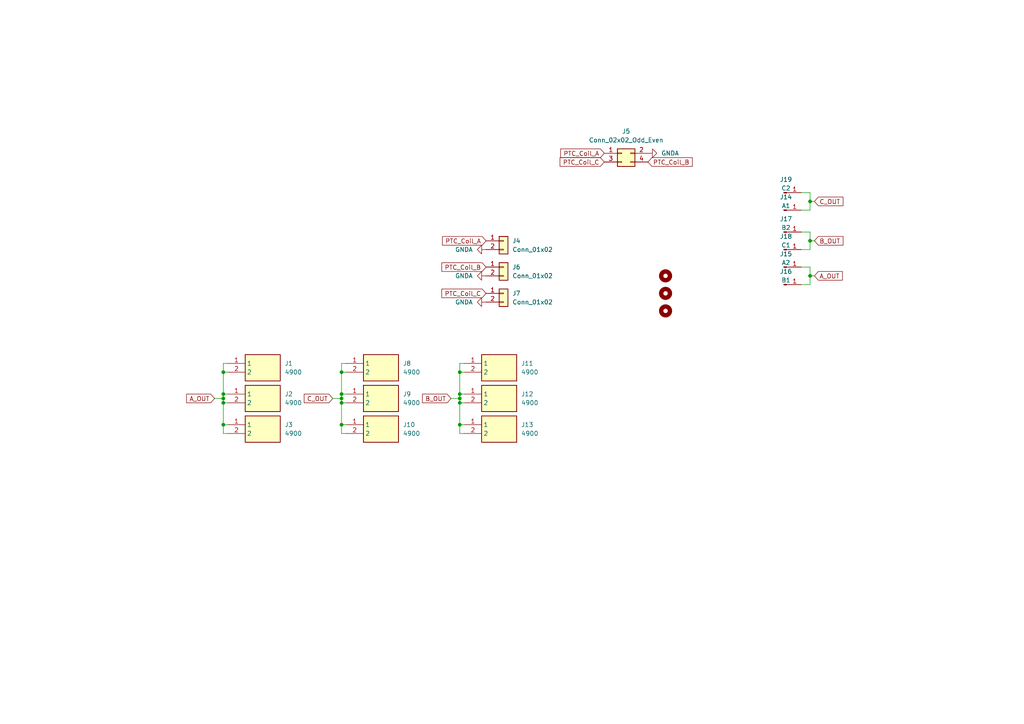
<source format=kicad_sch>
(kicad_sch (version 20230121) (generator eeschema)
  (paper "A4")
  (lib_symbols
    (symbol "4900:4900"
      (property "Reference" "J" (at 16.51 7.62 0))
      (property "Value" "4900" (at 16.51 5.08 0))
      (symbol "4900_1_1"
        (rectangle (start 5.08 2.54) (end 15.24 -5.08) (stroke (width 0.254)) (fill (type background)))
        (pin passive line (at 0 0 0) (length 5.08) (name "1") (number "1"))
        (pin passive line (at 0 -2.54 0) (length 5.08) (name "2") (number "2"))
      )
    )
    (symbol "Connector:Conn_01x01_Pin" (pin_names (offset 1.016) hide)
      (property "Reference" "J" (at 0 2.54 0))
      (property "Value" "Conn_01x01_Pin" (at 0 -2.54 0))
      (symbol "Conn_01x01_Pin_1_1"
        (polyline (pts (xy 1.27 0) (xy 0.8636 0)) (stroke (width 0.1524)))
        (rectangle (start 0.8636 0.127) (end 0 -0.127) (stroke (width 0.1524)) (fill (type outline)))
        (pin passive line (at 5.08 0 180) (length 3.81) (name "Pin_1") (number "1"))
      )
    )
    (symbol "Connector_Generic:Conn_01x02" (pin_names (offset 1.016) hide)
      (property "Reference" "J" (at 0 2.54 0))
      (property "Value" "Conn_01x02" (at 0 -5.08 0))
      (symbol "Conn_01x02_1_1"
        (rectangle (start -1.27 -2.413) (end 0 -2.667) (stroke (width 0.1524)))
        (rectangle (start -1.27 0.127) (end 0 -0.127) (stroke (width 0.1524)))
        (rectangle (start -1.27 1.27) (end 1.27 -3.81) (stroke (width 0.254)) (fill (type background)))
        (pin passive line (at -5.08 0 0) (length 3.81) (name "Pin_1") (number "1"))
        (pin passive line (at -5.08 -2.54 0) (length 3.81) (name "Pin_2") (number "2"))
      )
    )
    (symbol "Connector_Generic:Conn_02x02_Odd_Even" (pin_names (offset 1.016) hide)
      (property "Reference" "J" (at 1.27 2.54 0))
      (property "Value" "Conn_02x02_Odd_Even" (at 1.27 -5.08 0))
      (symbol "Conn_02x02_Odd_Even_1_1"
        (rectangle (start -1.27 -2.413) (end 0 -2.667) (stroke (width 0.1524)))
        (rectangle (start -1.27 0.127) (end 0 -0.127) (stroke (width 0.1524)))
        (rectangle (start -1.27 1.27) (end 3.81 -3.81) (stroke (width 0.254)) (fill (type background)))
        (rectangle (start 3.81 -2.413) (end 2.54 -2.667) (stroke (width 0.1524)))
        (rectangle (start 3.81 0.127) (end 2.54 -0.127) (stroke (width 0.1524)))
        (pin passive line (at -5.08 0 0) (length 3.81) (name "Pin_1") (number "1"))
        (pin passive line (at 7.62 0 180) (length 3.81) (name "Pin_2") (number "2"))
        (pin passive line (at -5.08 -2.54 0) (length 3.81) (name "Pin_3") (number "3"))
        (pin passive line (at 7.62 -2.54 180) (length 3.81) (name "Pin_4") (number "4"))
      )
    )
    (symbol "Mechanical:MountingHole" (pin_names (offset 1.016))
      (property "Reference" "H" (at 0 5.08 0))
      (property "Value" "MountingHole" (at 0 3.175 0))
      (symbol "MountingHole_0_1"
        (circle (center 0 0) (radius 1.27) (stroke (width 1.27)))
      )
    )
    (symbol "power:GNDA" (power) (pin_names (offset 0))
      (property "Value" "GNDA" (at 0 -3.81 0))
      (symbol "GNDA_0_1"
        (polyline (pts (xy 0 0) (xy 0 -1.27) (xy 1.27 -1.27) (xy 0 -2.54) (xy -1.27 -1.27) (xy 0 -1.27)))
      )
      (symbol "GNDA_1_1"
        (pin power_in line (at 0 0 270) (length 0) hide (name "GNDA") (number "1"))
      )
    )
  )
  (junction (at 99.06 114.3))
  (junction (at 99.06 123.19))
  (junction (at 234.95 80.01))
  (junction (at 234.95 58.42))
  (junction (at 64.77 116.84))
  (junction (at 64.77 123.19))
  (junction (at 64.77 115.57))
  (junction (at 133.35 114.3))
  (junction (at 133.35 107.95))
  (junction (at 99.06 115.57))
  (junction (at 133.35 116.84))
  (junction (at 99.06 116.84))
  (junction (at 234.95 69.85))
  (junction (at 64.77 114.3))
  (junction (at 64.77 107.95))
  (junction (at 133.35 123.19))
  (junction (at 133.35 115.57))
  (junction (at 99.06 107.95))
  (wire (pts (xy 99.06 107.95) (xy 99.06 114.3)))
  (wire (pts (xy 133.35 125.73) (xy 134.62 125.73)))
  (wire (pts (xy 232.41 82.55) (xy 234.95 82.55)))
  (wire (pts (xy 66.04 105.41) (xy 64.77 105.41)))
  (wire (pts (xy 234.95 55.88) (xy 234.95 58.42)))
  (wire (pts (xy 133.35 107.95) (xy 134.62 107.95)))
  (wire (pts (xy 234.95 80.01) (xy 234.95 77.47)))
  (wire (pts (xy 64.77 123.19) (xy 64.77 125.73)))
  (wire (pts (xy 133.35 123.19) (xy 134.62 123.19)))
  (wire (pts (xy 133.35 116.84) (xy 134.62 116.84)))
  (wire (pts (xy 133.35 105.41) (xy 133.35 107.95)))
  (wire (pts (xy 100.33 105.41) (xy 99.06 105.41)))
  (wire (pts (xy 62.23 115.57) (xy 64.77 115.57)))
  (wire (pts (xy 232.41 67.31) (xy 234.95 67.31)))
  (wire (pts (xy 234.95 67.31) (xy 234.95 69.85)))
  (wire (pts (xy 234.95 77.47) (xy 232.41 77.47)))
  (wire (pts (xy 99.06 114.3) (xy 100.33 114.3)))
  (wire (pts (xy 134.62 105.41) (xy 133.35 105.41)))
  (wire (pts (xy 99.06 125.73) (xy 100.33 125.73)))
  (wire (pts (xy 99.06 114.3) (xy 99.06 115.57)))
  (wire (pts (xy 133.35 107.95) (xy 133.35 114.3)))
  (wire (pts (xy 234.95 69.85) (xy 234.95 72.39)))
  (wire (pts (xy 64.77 116.84) (xy 66.04 116.84)))
  (wire (pts (xy 99.06 116.84) (xy 100.33 116.84)))
  (wire (pts (xy 133.35 115.57) (xy 133.35 116.84)))
  (wire (pts (xy 64.77 123.19) (xy 66.04 123.19)))
  (wire (pts (xy 130.81 115.57) (xy 133.35 115.57)))
  (wire (pts (xy 234.95 58.42) (xy 236.22 58.42)))
  (wire (pts (xy 133.35 123.19) (xy 133.35 125.73)))
  (wire (pts (xy 64.77 114.3) (xy 66.04 114.3)))
  (wire (pts (xy 64.77 116.84) (xy 64.77 123.19)))
  (wire (pts (xy 99.06 105.41) (xy 99.06 107.95)))
  (wire (pts (xy 99.06 107.95) (xy 100.33 107.95)))
  (wire (pts (xy 64.77 115.57) (xy 64.77 116.84)))
  (wire (pts (xy 133.35 114.3) (xy 133.35 115.57)))
  (wire (pts (xy 99.06 115.57) (xy 99.06 116.84)))
  (wire (pts (xy 64.77 114.3) (xy 64.77 115.57)))
  (wire (pts (xy 96.52 115.57) (xy 99.06 115.57)))
  (wire (pts (xy 232.41 55.88) (xy 234.95 55.88)))
  (wire (pts (xy 234.95 69.85) (xy 236.22 69.85)))
  (wire (pts (xy 64.77 125.73) (xy 66.04 125.73)))
  (wire (pts (xy 133.35 114.3) (xy 134.62 114.3)))
  (wire (pts (xy 99.06 116.84) (xy 99.06 123.19)))
  (wire (pts (xy 64.77 107.95) (xy 66.04 107.95)))
  (wire (pts (xy 99.06 123.19) (xy 99.06 125.73)))
  (wire (pts (xy 234.95 82.55) (xy 234.95 80.01)))
  (wire (pts (xy 99.06 123.19) (xy 100.33 123.19)))
  (wire (pts (xy 232.41 60.96) (xy 234.95 60.96)))
  (wire (pts (xy 234.95 80.01) (xy 236.22 80.01)))
  (wire (pts (xy 64.77 107.95) (xy 64.77 114.3)))
  (wire (pts (xy 133.35 116.84) (xy 133.35 123.19)))
  (wire (pts (xy 64.77 105.41) (xy 64.77 107.95)))
  (wire (pts (xy 234.95 72.39) (xy 232.41 72.39)))
  (wire (pts (xy 234.95 58.42) (xy 234.95 60.96)))
  (global_label "C_OUT" (shape input) (at 96.52 115.57 180) (property "Intersheetrefs" "${INTERSHEET_REFS}" (effects hide)))
  (global_label "C_OUT" (shape input) (at 236.22 58.42 0) (property "Intersheetrefs" "${INTERSHEET_REFS}" (effects hide)))
  (global_label "PTC_Coil_C" (shape input) (at 140.97 85.09 180) (property "Intersheetrefs" "${INTERSHEET_REFS}" (effects hide)))
  (global_label "B_OUT" (shape input) (at 130.81 115.57 180) (property "Intersheetrefs" "${INTERSHEET_REFS}" (effects hide)))
  (global_label "PTC_Coil_A" (shape input) (at 140.97 69.85 180) (property "Intersheetrefs" "${INTERSHEET_REFS}" (effects hide)))
  (global_label "A_OUT" (shape input) (at 236.22 80.01 0) (property "Intersheetrefs" "${INTERSHEET_REFS}" (effects hide)))
  (global_label "A_OUT" (shape input) (at 62.23 115.57 180) (property "Intersheetrefs" "${INTERSHEET_REFS}" (effects hide)))
  (global_label "PTC_Coil_B" (shape input) (at 187.96 46.99 0) (property "Intersheetrefs" "${INTERSHEET_REFS}" (effects hide)))
  (global_label "PTC_Coil_B" (shape input) (at 140.97 77.47 180) (property "Intersheetrefs" "${INTERSHEET_REFS}" (effects hide)))
  (global_label "PTC_Coil_A" (shape input) (at 175.26 44.45 180) (property "Intersheetrefs" "${INTERSHEET_REFS}" (effects hide)))
  (global_label "PTC_Coil_C" (shape input) (at 175.26 46.99 180) (property "Intersheetrefs" "${INTERSHEET_REFS}" (effects hide)))
  (global_label "B_OUT" (shape input) (at 236.22 69.85 0) (property "Intersheetrefs" "${INTERSHEET_REFS}" (effects hide)))
  (symbol (lib_id "Connector:Conn_01x01_Pin") (at 227.33 60.96 0) (unit 1)
    (property "Reference" "J14" (at 227.965 57.15 0))
    (property "Value" "A1" (at 227.965 59.69 0))
    (property "Footprint" "Connector_My:Coil" (effects hide))
  )
  (symbol (lib_id "4900:4900") (at 134.62 105.41 0) (unit 1)
    (property "Reference" "J11" (at 151.13 105.41 0) (effects (justify left)))
    (property "Value" "4900" (at 151.13 107.95 0) (effects (justify left)))
    (property "Footprint" "Connector_My:3551" (effects hide))
    (property "Datasheet" "https://www.keyelco.com/product-pdf.cfm?p=597" (effects hide))
    (property "Height" "10.72" (effects hide))
    (property "Manufacturer_Name" "Keystone Electronics" (effects hide))
    (property "Manufacturer_Part_Number" "4900" (effects hide))
    (property "Mouser Part Number" "534-4900" (effects hide))
    (property "Mouser Price/Stock" "https://www.mouser.co.uk/ProductDetail/Keystone-Electronics/4900?qs=lQmX4aIt5iDWRkxqjAIN4A%3D%3D" (effects hide))
  )
  (symbol (lib_id "Connector:Conn_01x01_Pin") (at 227.33 72.39 0) (unit 1)
    (property "Reference" "J18" (at 227.965 68.58 0))
    (property "Value" "C1" (at 227.965 71.12 0))
    (property "Footprint" "Connector_My:Coil" (effects hide))
  )
  (symbol (lib_id "Connector_Generic:Conn_01x02") (at 146.05 69.85 0) (unit 1)
    (property "Reference" "J4" (at 148.59 69.85 0) (effects (justify left)))
    (property "Value" "Conn_01x02" (at 148.59 72.39 0) (effects (justify left)))
    (property "Footprint" "Connector_Molex:Molex_PicoBlade_53048-0210_1x02_P1.25mm_Horizontal" (effects hide))
  )
  (symbol (lib_id "power:GNDA") (at 140.97 87.63 270) (unit 1)
    (property "Reference" "#PWR04" (effects hide))
    (property "Value" "GNDA" (at 137.16 87.63 90) (effects (justify right)))
  )
  (symbol (lib_id "Mechanical:MountingHole") (at 193.04 90.17 0) (unit 1)
    (property "Reference" "H4" (effects hide))
    (property "Value" "MountingHole" (effects hide))
    (property "Footprint" "MountingHole:MountingHole_3.2mm_M3" (effects hide))
  )
  (symbol (lib_id "4900:4900") (at 100.33 105.41 0) (unit 1)
    (property "Reference" "J8" (at 116.84 105.41 0) (effects (justify left)))
    (property "Value" "4900" (at 116.84 107.95 0) (effects (justify left)))
    (property "Footprint" "Connector_My:3551" (effects hide))
    (property "Datasheet" "https://www.keyelco.com/product-pdf.cfm?p=597" (effects hide))
    (property "Height" "10.72" (effects hide))
    (property "Manufacturer_Name" "Keystone Electronics" (effects hide))
    (property "Manufacturer_Part_Number" "4900" (effects hide))
    (property "Mouser Part Number" "534-4900" (effects hide))
    (property "Mouser Price/Stock" "https://www.mouser.co.uk/ProductDetail/Keystone-Electronics/4900?qs=lQmX4aIt5iDWRkxqjAIN4A%3D%3D" (effects hide))
  )
  (symbol (lib_id "4900:4900") (at 134.62 114.3 0) (unit 1)
    (property "Reference" "J12" (at 151.13 114.3 0) (effects (justify left)))
    (property "Value" "4900" (at 151.13 116.84 0) (effects (justify left)))
    (property "Footprint" "Connector_My:3551" (effects hide))
    (property "Datasheet" "https://www.keyelco.com/product-pdf.cfm?p=597" (effects hide))
    (property "Height" "10.72" (effects hide))
    (property "Manufacturer_Name" "Keystone Electronics" (effects hide))
    (property "Manufacturer_Part_Number" "4900" (effects hide))
    (property "Mouser Part Number" "534-4900" (effects hide))
    (property "Mouser Price/Stock" "https://www.mouser.co.uk/ProductDetail/Keystone-Electronics/4900?qs=lQmX4aIt5iDWRkxqjAIN4A%3D%3D" (effects hide))
  )
  (symbol (lib_id "4900:4900") (at 134.62 123.19 0) (unit 1)
    (property "Reference" "J13" (at 151.13 123.19 0) (effects (justify left)))
    (property "Value" "4900" (at 151.13 125.73 0) (effects (justify left)))
    (property "Footprint" "Connector_My:3551" (effects hide))
    (property "Datasheet" "https://www.keyelco.com/product-pdf.cfm?p=597" (effects hide))
    (property "Height" "10.72" (effects hide))
    (property "Manufacturer_Name" "Keystone Electronics" (effects hide))
    (property "Manufacturer_Part_Number" "4900" (effects hide))
    (property "Mouser Part Number" "534-4900" (effects hide))
    (property "Mouser Price/Stock" "https://www.mouser.co.uk/ProductDetail/Keystone-Electronics/4900?qs=lQmX4aIt5iDWRkxqjAIN4A%3D%3D" (effects hide))
  )
  (symbol (lib_id "Connector:Conn_01x01_Pin") (at 227.33 77.47 0) (unit 1)
    (property "Reference" "J15" (at 227.965 73.66 0))
    (property "Value" "A2" (at 227.965 76.2 0))
    (property "Footprint" "Connector_My:Coil" (effects hide))
  )
  (symbol (lib_id "4900:4900") (at 66.04 105.41 0) (unit 1)
    (property "Reference" "J1" (at 82.55 105.41 0) (effects (justify left)))
    (property "Value" "4900" (at 82.55 107.95 0) (effects (justify left)))
    (property "Footprint" "Connector_My:3551" (effects hide))
    (property "Datasheet" "https://www.keyelco.com/product-pdf.cfm?p=597" (effects hide))
    (property "Height" "10.72" (effects hide))
    (property "Manufacturer_Name" "Keystone Electronics" (effects hide))
    (property "Manufacturer_Part_Number" "4900" (effects hide))
    (property "Mouser Part Number" "534-4900" (effects hide))
    (property "Mouser Price/Stock" "https://www.mouser.co.uk/ProductDetail/Keystone-Electronics/4900?qs=lQmX4aIt5iDWRkxqjAIN4A%3D%3D" (effects hide))
  )
  (symbol (lib_id "Connector:Conn_01x01_Pin") (at 227.33 67.31 0) (unit 1)
    (property "Reference" "J17" (at 227.965 63.5 0))
    (property "Value" "B2" (at 227.965 66.04 0))
    (property "Footprint" "Connector_My:Coil" (effects hide))
  )
  (symbol (lib_id "Connector_Generic:Conn_01x02") (at 146.05 77.47 0) (unit 1)
    (property "Reference" "J6" (at 148.59 77.47 0) (effects (justify left)))
    (property "Value" "Conn_01x02" (at 148.59 80.01 0) (effects (justify left)))
    (property "Footprint" "Connector_Molex:Molex_PicoBlade_53048-0210_1x02_P1.25mm_Horizontal" (effects hide))
  )
  (symbol (lib_id "power:GNDA") (at 140.97 72.39 270) (unit 1)
    (property "Reference" "#PWR01" (effects hide))
    (property "Value" "GNDA" (at 137.16 72.39 90) (effects (justify right)))
  )
  (symbol (lib_id "Connector_Generic:Conn_01x02") (at 146.05 85.09 0) (unit 1)
    (property "Reference" "J7" (at 148.59 85.09 0) (effects (justify left)))
    (property "Value" "Conn_01x02" (at 148.59 87.63 0) (effects (justify left)))
    (property "Footprint" "Connector_Molex:Molex_PicoBlade_53048-0210_1x02_P1.25mm_Horizontal" (effects hide))
  )
  (symbol (lib_id "4900:4900") (at 100.33 114.3 0) (unit 1)
    (property "Reference" "J9" (at 116.84 114.3 0) (effects (justify left)))
    (property "Value" "4900" (at 116.84 116.84 0) (effects (justify left)))
    (property "Footprint" "Connector_My:3551" (effects hide))
    (property "Datasheet" "https://www.keyelco.com/product-pdf.cfm?p=597" (effects hide))
    (property "Height" "10.72" (effects hide))
    (property "Manufacturer_Name" "Keystone Electronics" (effects hide))
    (property "Manufacturer_Part_Number" "4900" (effects hide))
    (property "Mouser Part Number" "534-4900" (effects hide))
    (property "Mouser Price/Stock" "https://www.mouser.co.uk/ProductDetail/Keystone-Electronics/4900?qs=lQmX4aIt5iDWRkxqjAIN4A%3D%3D" (effects hide))
  )
  (symbol (lib_id "power:GNDA") (at 187.96 44.45 90) (unit 1)
    (property "Reference" "#PWR02" (effects hide))
    (property "Value" "GNDA" (at 191.77 44.45 90) (effects (justify right)))
  )
  (symbol (lib_id "power:GNDA") (at 140.97 80.01 270) (unit 1)
    (property "Reference" "#PWR03" (effects hide))
    (property "Value" "GNDA" (at 137.16 80.01 90) (effects (justify right)))
  )
  (symbol (lib_id "Mechanical:MountingHole") (at 193.04 85.09 0) (unit 1)
    (property "Reference" "H3" (effects hide))
    (property "Value" "MountingHole" (effects hide))
    (property "Footprint" "MountingHole:MountingHole_3.2mm_M3" (effects hide))
  )
  (symbol (lib_id "Connector_Generic:Conn_02x02_Odd_Even") (at 180.34 44.45 0) (unit 1)
    (property "Reference" "J5" (at 181.61 38.1 0))
    (property "Value" "Conn_02x02_Odd_Even" (at 181.61 40.64 0))
    (property "Footprint" "Connector_PinSocket_2.54mm:PinSocket_2x02_P2.54mm_Vertical" (effects hide))
  )
  (symbol (lib_id "4900:4900") (at 100.33 123.19 0) (unit 1)
    (property "Reference" "J10" (at 116.84 123.19 0) (effects (justify left)))
    (property "Value" "4900" (at 116.84 125.73 0) (effects (justify left)))
    (property "Footprint" "Connector_My:3551" (effects hide))
    (property "Datasheet" "https://www.keyelco.com/product-pdf.cfm?p=597" (effects hide))
    (property "Height" "10.72" (effects hide))
    (property "Manufacturer_Name" "Keystone Electronics" (effects hide))
    (property "Manufacturer_Part_Number" "4900" (effects hide))
    (property "Mouser Part Number" "534-4900" (effects hide))
    (property "Mouser Price/Stock" "https://www.mouser.co.uk/ProductDetail/Keystone-Electronics/4900?qs=lQmX4aIt5iDWRkxqjAIN4A%3D%3D" (effects hide))
  )
  (symbol (lib_id "Connector:Conn_01x01_Pin") (at 227.33 55.88 0) (unit 1)
    (property "Reference" "J19" (at 227.965 52.07 0))
    (property "Value" "C2" (at 227.965 54.61 0))
    (property "Footprint" "Connector_My:Coil" (effects hide))
  )
  (symbol (lib_id "4900:4900") (at 66.04 123.19 0) (unit 1)
    (property "Reference" "J3" (at 82.55 123.19 0) (effects (justify left)))
    (property "Value" "4900" (at 82.55 125.73 0) (effects (justify left)))
    (property "Footprint" "Connector_My:3551" (effects hide))
    (property "Datasheet" "https://www.keyelco.com/product-pdf.cfm?p=597" (effects hide))
    (property "Height" "10.72" (effects hide))
    (property "Manufacturer_Name" "Keystone Electronics" (effects hide))
    (property "Manufacturer_Part_Number" "4900" (effects hide))
    (property "Mouser Part Number" "534-4900" (effects hide))
    (property "Mouser Price/Stock" "https://www.mouser.co.uk/ProductDetail/Keystone-Electronics/4900?qs=lQmX4aIt5iDWRkxqjAIN4A%3D%3D" (effects hide))
  )
  (symbol (lib_id "4900:4900") (at 66.04 114.3 0) (unit 1)
    (property "Reference" "J2" (at 82.55 114.3 0) (effects (justify left)))
    (property "Value" "4900" (at 82.55 116.84 0) (effects (justify left)))
    (property "Footprint" "Connector_My:3551" (effects hide))
    (property "Datasheet" "https://www.keyelco.com/product-pdf.cfm?p=597" (effects hide))
    (property "Height" "10.72" (effects hide))
    (property "Manufacturer_Name" "Keystone Electronics" (effects hide))
    (property "Manufacturer_Part_Number" "4900" (effects hide))
    (property "Mouser Part Number" "534-4900" (effects hide))
    (property "Mouser Price/Stock" "https://www.mouser.co.uk/ProductDetail/Keystone-Electronics/4900?qs=lQmX4aIt5iDWRkxqjAIN4A%3D%3D" (effects hide))
  )
  (symbol (lib_id "Connector:Conn_01x01_Pin") (at 227.33 82.55 0) (unit 1)
    (property "Reference" "J16" (at 227.965 78.74 0))
    (property "Value" "B1" (at 227.965 81.28 0))
    (property "Footprint" "Connector_My:Coil" (effects hide))
  )
  (symbol (lib_id "Mechanical:MountingHole") (at 193.04 80.01 0) (unit 1)
    (property "Reference" "H2" (effects hide))
    (property "Value" "MountingHole" (effects hide))
    (property "Footprint" "MountingHole:MountingHole_3.2mm_M3" (effects hide))
  )
)
</source>
